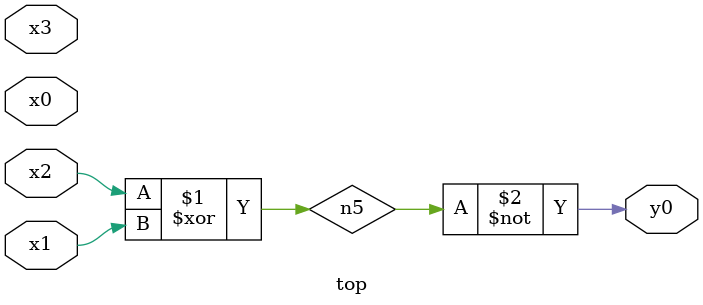
<source format=v>
module top( x0 , x1 , x2 , x3 , y0 );
  input x0 , x1 , x2 , x3 ;
  output y0 ;
  wire n5 ;
  assign n5 = x2 ^ x1 ;
  assign y0 = ~n5 ;
endmodule

</source>
